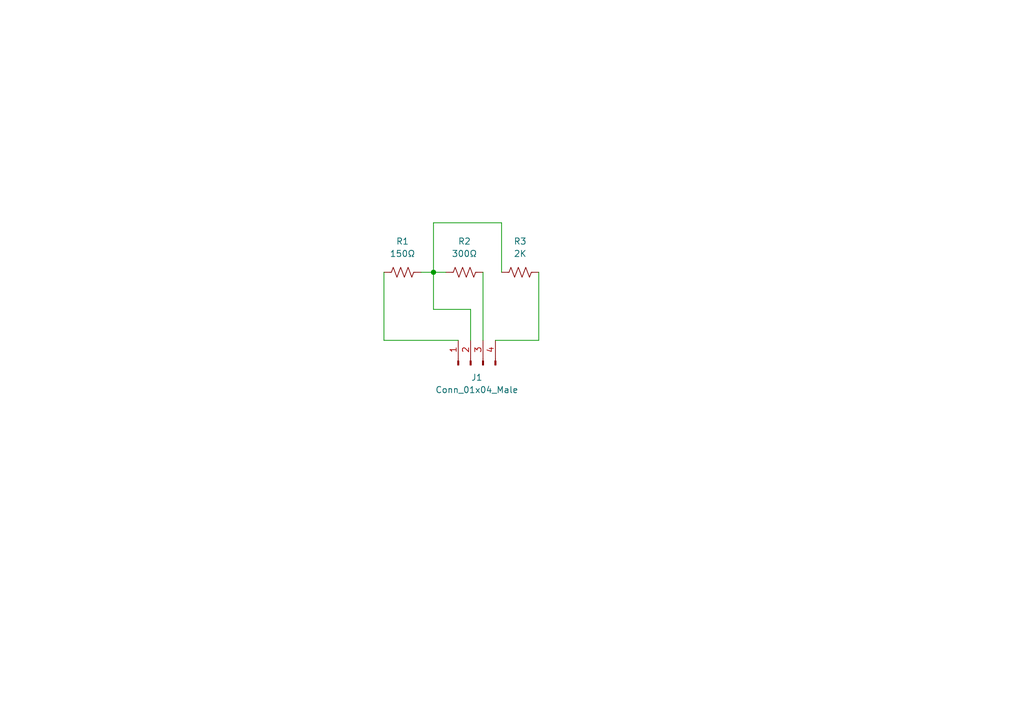
<source format=kicad_sch>
(kicad_sch (version 20211123) (generator eeschema)
  (paper "A5")
  (lib_symbols
    (symbol "Connector:Conn_01x04_Male" (pin_names (offset 1.016) hide)
      (property "Reference" "J" (at 0 5.08 0))
      (property "Value" "Conn_01x04_Male" (at 0 -7.62 0))
      (symbol "Conn_01x04_Male_1_1"
        (polyline (pts (xy 1.27 -5.08) (xy 0.8636 -5.08)) (stroke (width 0.1524)))
        (polyline (pts (xy 1.27 -2.54) (xy 0.8636 -2.54)) (stroke (width 0.1524)))
        (polyline (pts (xy 1.27 0) (xy 0.8636 0)) (stroke (width 0.1524)))
        (polyline (pts (xy 1.27 2.54) (xy 0.8636 2.54)) (stroke (width 0.1524)))
        (rectangle (start 0.8636 -4.953) (end 0 -5.207) (stroke (width 0.1524)) (fill (type outline)))
        (rectangle (start 0.8636 -2.413) (end 0 -2.667) (stroke (width 0.1524)) (fill (type outline)))
        (rectangle (start 0.8636 0.127) (end 0 -0.127) (stroke (width 0.1524)) (fill (type outline)))
        (rectangle (start 0.8636 2.667) (end 0 2.413) (stroke (width 0.1524)) (fill (type outline)))
        (pin passive line (at 5.08 2.54 180) (length 3.81) (name "Pin_1") (number "1"))
        (pin passive line (at 5.08 0 180) (length 3.81) (name "Pin_2") (number "2"))
        (pin passive line (at 5.08 -2.54 180) (length 3.81) (name "Pin_3") (number "3"))
        (pin passive line (at 5.08 -5.08 180) (length 3.81) (name "Pin_4") (number "4"))
      )
    )
    (symbol "Device:R_US" (pin_numbers hide) (pin_names (offset 0))
      (property "Reference" "R" (at 2.54 0 90))
      (property "Value" "R_US" (at -2.54 0 90))
      (symbol "R_US_0_1"
        (polyline (pts (xy 0 -2.286) (xy 0 -2.54)))
        (polyline (pts (xy 0 2.286) (xy 0 2.54)))
        (polyline (pts (xy 0 -0.762) (xy 1.016 -1.143) (xy 0 -1.524) (xy -1.016 -1.905) (xy 0 -2.286)))
        (polyline (pts (xy 0 0.762) (xy 1.016 0.381) (xy 0 0) (xy -1.016 -0.381) (xy 0 -0.762)))
        (polyline (pts (xy 0 2.286) (xy 1.016 1.905) (xy 0 1.524) (xy -1.016 1.143) (xy 0 0.762)))
      )
      (symbol "R_US_1_1"
        (pin passive line (at 0 3.81 270) (length 1.27) (name "~") (number "1"))
        (pin passive line (at 0 -3.81 90) (length 1.27) (name "~") (number "2"))
      )
    )
  )
  (junction (at 88.9 55.88))
  (wire (pts (xy 88.9 55.88) (xy 91.44 55.88)))
  (wire (pts (xy 102.87 55.88) (xy 102.87 45.72)))
  (wire (pts (xy 102.87 45.72) (xy 88.9 45.72)))
  (wire (pts (xy 88.9 45.72) (xy 88.9 55.88)))
  (wire (pts (xy 99.06 55.88) (xy 99.06 69.85)))
  (wire (pts (xy 88.9 63.5) (xy 88.9 55.88)))
  (wire (pts (xy 110.49 55.88) (xy 110.49 69.85)))
  (wire (pts (xy 86.36 55.88) (xy 88.9 55.88)))
  (wire (pts (xy 110.49 69.85) (xy 101.6 69.85)))
  (wire (pts (xy 96.52 69.85) (xy 96.52 63.5)))
  (wire (pts (xy 96.52 63.5) (xy 88.9 63.5)))
  (wire (pts (xy 93.98 69.85) (xy 78.74 69.85)))
  (wire (pts (xy 78.74 69.85) (xy 78.74 55.88)))
  (symbol (lib_id "Device:R_US") (at 106.68 55.88 90) (unit 1)
    (property "Reference" "R3" (at 106.68 49.53 90))
    (property "Value" "2K" (at 106.68 52.07 90))
  )
  (symbol (lib_id "Device:R_US") (at 95.25 55.88 270) (unit 1)
    (property "Reference" "R2" (at 95.25 49.53 90))
    (property "Value" "300Ω" (at 95.25 52.07 90))
  )
  (symbol (lib_id "Device:R_US") (at 82.55 55.88 270) (unit 1)
    (property "Reference" "R1" (at 82.55 49.53 90))
    (property "Value" "150Ω" (at 82.55 52.07 90))
  )
  (symbol (lib_id "Connector:Conn_01x04_Male") (at 96.52 74.93 90) (unit 1)
    (property "Reference" "J1" (at 97.79 77.47 90))
    (property "Value" "Conn_01x04_Male" (at 97.79 80.01 90))
  )
)
</source>
